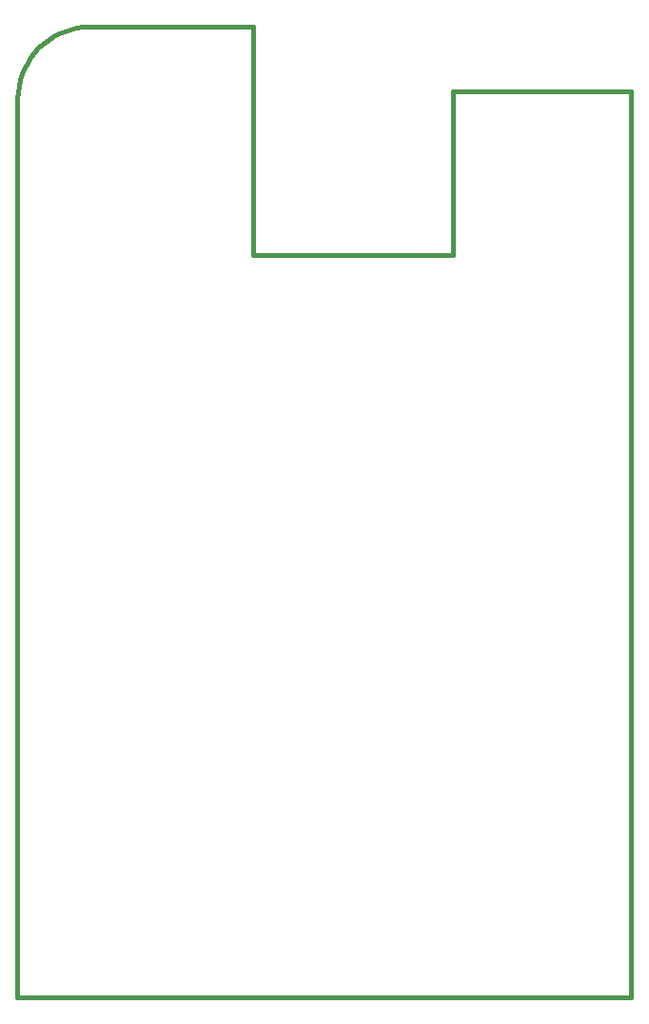
<source format=gko>
G04 (created by PCBNEW-RS274X (2012-05-21 BZR 3261)-stable) date Thu 30 May 2013 05:43:25 PM PDT*
G01*
G70*
G90*
%MOIN*%
G04 Gerber Fmt 3.4, Leading zero omitted, Abs format*
%FSLAX34Y34*%
G04 APERTURE LIST*
%ADD10C,0.008000*%
%ADD11C,0.015000*%
G04 APERTURE END LIST*
G54D10*
G54D11*
X23250Y-58000D02*
X23250Y-26500D01*
X44750Y-58000D02*
X23250Y-58000D01*
X44750Y-26250D02*
X44750Y-58000D01*
X38500Y-26250D02*
X44750Y-26250D01*
X38500Y-32000D02*
X38500Y-26250D01*
X31500Y-32000D02*
X38500Y-32000D01*
X31500Y-24000D02*
X31500Y-32000D01*
X25750Y-24000D02*
X31500Y-24000D01*
X25750Y-24000D02*
X25533Y-24010D01*
X25316Y-24038D01*
X25103Y-24086D01*
X24895Y-24151D01*
X24694Y-24235D01*
X24501Y-24335D01*
X24317Y-24453D01*
X24144Y-24585D01*
X23983Y-24733D01*
X23835Y-24894D01*
X23703Y-25067D01*
X23585Y-25251D01*
X23485Y-25444D01*
X23401Y-25645D01*
X23336Y-25853D01*
X23288Y-26066D01*
X23260Y-26283D01*
X23250Y-26500D01*
M02*

</source>
